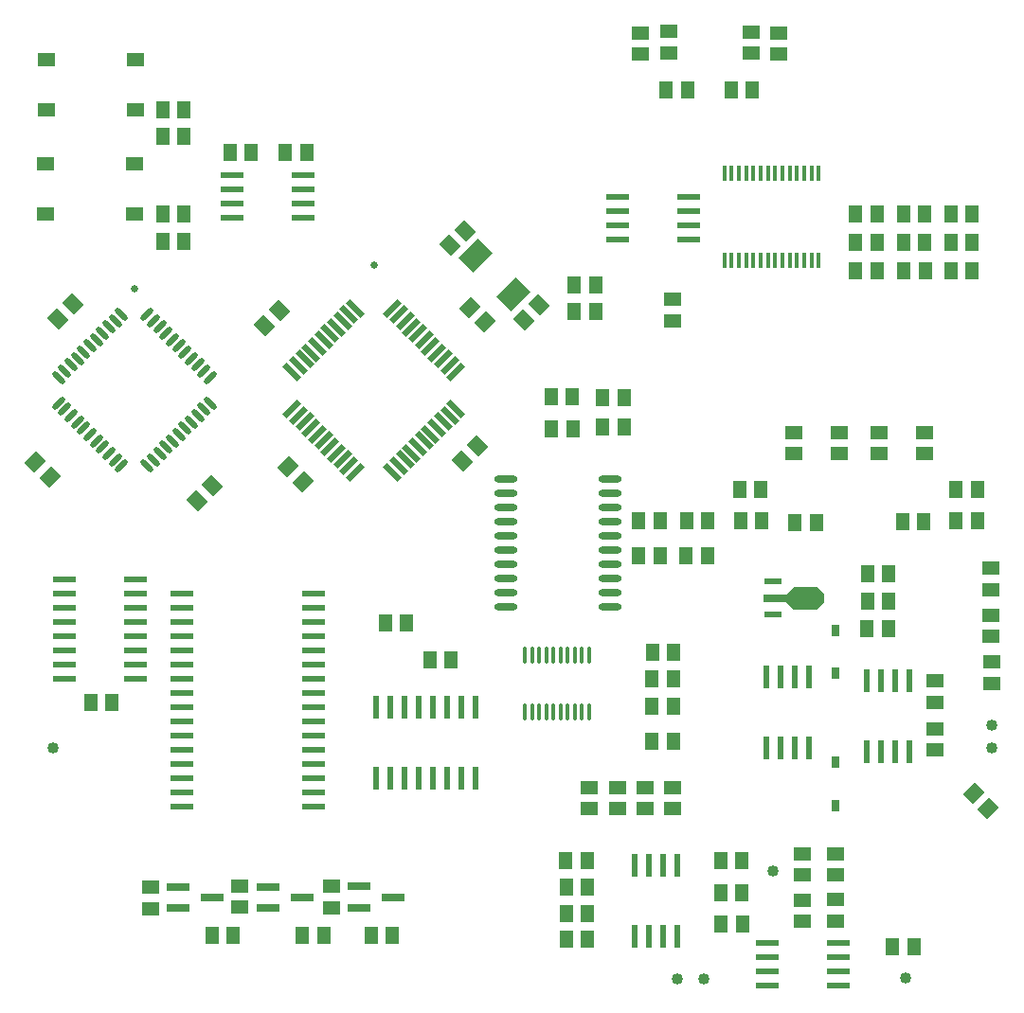
<source format=gtp>
G04*
G04 #@! TF.GenerationSoftware,Altium Limited,Altium Designer,21.6.4 (81)*
G04*
G04 Layer_Color=8421504*
%FSLAX25Y25*%
%MOIN*%
G70*
G04*
G04 #@! TF.SameCoordinates,DCC330B1-B26A-4D2F-83E0-9CF8D3C12DAD*
G04*
G04*
G04 #@! TF.FilePolarity,Positive*
G04*
G01*
G75*
%ADD17C,0.02500*%
%ADD18R,0.05118X0.05906*%
%ADD19R,0.05906X0.05118*%
%ADD20R,0.02400X0.08000*%
%ADD21R,0.08000X0.03150*%
%ADD22R,0.08024X0.03150*%
%ADD23R,0.07874X0.02165*%
%ADD24O,0.01378X0.06102*%
%ADD25R,0.02953X0.03937*%
%ADD26C,0.04000*%
G04:AMPARAMS|DCode=27|XSize=70.87mil|YSize=19.68mil|CornerRadius=0mil|HoleSize=0mil|Usage=FLASHONLY|Rotation=225.000|XOffset=0mil|YOffset=0mil|HoleType=Round|Shape=Rectangle|*
%AMROTATEDRECTD27*
4,1,4,0.01810,0.03202,0.03202,0.01810,-0.01810,-0.03202,-0.03202,-0.01810,0.01810,0.03202,0.0*
%
%ADD27ROTATEDRECTD27*%

G04:AMPARAMS|DCode=28|XSize=70.87mil|YSize=19.68mil|CornerRadius=0mil|HoleSize=0mil|Usage=FLASHONLY|Rotation=315.000|XOffset=0mil|YOffset=0mil|HoleType=Round|Shape=Rectangle|*
%AMROTATEDRECTD28*
4,1,4,-0.03202,0.01810,-0.01810,0.03202,0.03202,-0.01810,0.01810,-0.03202,-0.03202,0.01810,0.0*
%
%ADD28ROTATEDRECTD28*%

%ADD29O,0.08268X0.02362*%
G04:AMPARAMS|DCode=30|XSize=51.18mil|YSize=59.06mil|CornerRadius=0mil|HoleSize=0mil|Usage=FLASHONLY|Rotation=135.000|XOffset=0mil|YOffset=0mil|HoleType=Round|Shape=Rectangle|*
%AMROTATEDRECTD30*
4,1,4,0.03897,0.00278,-0.00278,-0.03897,-0.03897,-0.00278,0.00278,0.03897,0.03897,0.00278,0.0*
%
%ADD30ROTATEDRECTD30*%

%ADD31R,0.08000X0.02400*%
G04:AMPARAMS|DCode=32|XSize=51.18mil|YSize=59.06mil|CornerRadius=0mil|HoleSize=0mil|Usage=FLASHONLY|Rotation=45.000|XOffset=0mil|YOffset=0mil|HoleType=Round|Shape=Rectangle|*
%AMROTATEDRECTD32*
4,1,4,0.00278,-0.03897,-0.03897,0.00278,-0.00278,0.03897,0.03897,-0.00278,0.00278,-0.03897,0.0*
%
%ADD32ROTATEDRECTD32*%

%ADD33R,0.06102X0.05118*%
%ADD34R,0.05118X0.05906*%
%ADD35R,0.07874X0.02756*%
G04:AMPARAMS|DCode=36|XSize=70.87mil|YSize=94.49mil|CornerRadius=0mil|HoleSize=0mil|Usage=FLASHONLY|Rotation=315.000|XOffset=0mil|YOffset=0mil|HoleType=Round|Shape=Rectangle|*
%AMROTATEDRECTD36*
4,1,4,-0.05846,-0.00835,0.00835,0.05846,0.05846,0.00835,-0.00835,-0.05846,-0.05846,-0.00835,0.0*
%
%ADD36ROTATEDRECTD36*%

%ADD37R,0.06299X0.02362*%
%ADD38R,0.01496X0.05709*%
G04:AMPARAMS|DCode=39|XSize=19.68mil|YSize=57.09mil|CornerRadius=0mil|HoleSize=0mil|Usage=FLASHONLY|Rotation=225.000|XOffset=0mil|YOffset=0mil|HoleType=Round|Shape=Round|*
%AMOVALD39*
21,1,0.03740,0.01968,0.00000,0.00000,315.0*
1,1,0.01968,-0.01322,0.01322*
1,1,0.01968,0.01322,-0.01322*
%
%ADD39OVALD39*%

G04:AMPARAMS|DCode=40|XSize=19.68mil|YSize=57.09mil|CornerRadius=0mil|HoleSize=0mil|Usage=FLASHONLY|Rotation=315.000|XOffset=0mil|YOffset=0mil|HoleType=Round|Shape=Round|*
%AMOVALD40*
21,1,0.03740,0.01968,0.00000,0.00000,45.0*
1,1,0.01968,-0.01322,-0.01322*
1,1,0.01968,0.01322,0.01322*
%
%ADD40OVALD40*%

%ADD41O,0.01496X0.05709*%
%ADD42R,0.05906X0.05118*%
G36*
X302363Y148674D02*
Y145918D01*
X299804Y143359D01*
X291536D01*
X288977Y145918D01*
Y148674D01*
X291536Y151233D01*
X299804D01*
X302363Y148674D01*
D02*
G37*
D17*
X143800Y264700D02*
D03*
X59504Y256105D02*
D03*
D18*
X249180Y109300D02*
D03*
X241700D02*
D03*
Y118800D02*
D03*
X249180D02*
D03*
X320840Y262400D02*
D03*
X313360D02*
D03*
X346797Y262400D02*
D03*
X354277D02*
D03*
X218880Y45700D02*
D03*
X211400D02*
D03*
X211360Y54900D02*
D03*
X218840D02*
D03*
X313360Y272600D02*
D03*
X320840D02*
D03*
X330240Y262400D02*
D03*
X337720D02*
D03*
X150300Y28578D02*
D03*
X142820D02*
D03*
X118700D02*
D03*
X126180D02*
D03*
X86884Y28694D02*
D03*
X94364D02*
D03*
X348591Y185638D02*
D03*
X356071D02*
D03*
X253707Y162092D02*
D03*
X93220Y304100D02*
D03*
X147826Y138643D02*
D03*
X155306D02*
D03*
X163418Y125459D02*
D03*
X170899D02*
D03*
X277040Y326100D02*
D03*
X269560D02*
D03*
X253760Y174400D02*
D03*
X261240D02*
D03*
X272460Y185600D02*
D03*
X279940D02*
D03*
X324920Y156000D02*
D03*
X317439D02*
D03*
X44120Y110500D02*
D03*
X214320Y257500D02*
D03*
Y248185D02*
D03*
X76980Y282542D02*
D03*
X261187Y162092D02*
D03*
X76980Y319300D02*
D03*
X112600Y304100D02*
D03*
X100700D02*
D03*
X337577Y272700D02*
D03*
X51600Y110500D02*
D03*
X221800Y257500D02*
D03*
Y248185D02*
D03*
X320840Y282400D02*
D03*
X313360D02*
D03*
X299410Y174000D02*
D03*
X291930D02*
D03*
X329900Y174100D02*
D03*
X337380D02*
D03*
X244454Y162092D02*
D03*
X236974D02*
D03*
X326341Y24494D02*
D03*
X333821D02*
D03*
X236960Y174400D02*
D03*
X244440D02*
D03*
X249140Y96900D02*
D03*
X241660D02*
D03*
X265860Y54984D02*
D03*
X273340D02*
D03*
X273340Y43600D02*
D03*
X265860D02*
D03*
X265920Y32600D02*
D03*
X273400D02*
D03*
X354277Y282400D02*
D03*
X346797D02*
D03*
X354277Y272700D02*
D03*
X346797D02*
D03*
X337577Y282400D02*
D03*
X330097D02*
D03*
X206260Y206800D02*
D03*
X213740D02*
D03*
X69500Y282542D02*
D03*
X206160Y218100D02*
D03*
X213640D02*
D03*
X249200Y128300D02*
D03*
X241720D02*
D03*
X330097Y272700D02*
D03*
X317320Y136600D02*
D03*
X324800D02*
D03*
X218960Y36300D02*
D03*
X211480D02*
D03*
X219000Y27100D02*
D03*
X211520D02*
D03*
X317439Y146150D02*
D03*
X324920D02*
D03*
X120080Y304100D02*
D03*
X69500Y319300D02*
D03*
X254140Y326100D02*
D03*
X246660D02*
D03*
X76981Y273010D02*
D03*
X69501D02*
D03*
X76981Y309714D02*
D03*
X69501D02*
D03*
D19*
X341200Y101200D02*
D03*
Y93720D02*
D03*
X65184Y37994D02*
D03*
Y45475D02*
D03*
X96684Y38394D02*
D03*
Y45875D02*
D03*
X128784Y38294D02*
D03*
Y45775D02*
D03*
X361016Y157800D02*
D03*
Y150320D02*
D03*
X219700Y73160D02*
D03*
Y80640D02*
D03*
X306200Y57280D02*
D03*
Y49800D02*
D03*
X306300Y41080D02*
D03*
Y33600D02*
D03*
X294616Y57280D02*
D03*
Y49800D02*
D03*
X294600Y41000D02*
D03*
Y33520D02*
D03*
X341200Y110600D02*
D03*
Y118080D02*
D03*
X249000Y80540D02*
D03*
Y73060D02*
D03*
X239300Y73120D02*
D03*
Y80600D02*
D03*
X229507Y80540D02*
D03*
Y73060D02*
D03*
X249007Y244911D02*
D03*
Y252391D02*
D03*
X361016Y133783D02*
D03*
Y141264D02*
D03*
X237400Y338760D02*
D03*
Y346240D02*
D03*
X286200Y338780D02*
D03*
Y346261D02*
D03*
X321560Y205600D02*
D03*
Y198120D02*
D03*
X307534D02*
D03*
Y205600D02*
D03*
X361100Y117300D02*
D03*
Y124780D02*
D03*
X337400Y198100D02*
D03*
Y205580D02*
D03*
X291700Y205540D02*
D03*
Y198060D02*
D03*
D20*
X317112Y118200D02*
D03*
X322112D02*
D03*
X327112D02*
D03*
X332112D02*
D03*
Y93200D02*
D03*
X327112D02*
D03*
X322112D02*
D03*
X317112D02*
D03*
X179500Y83800D02*
D03*
X159500D02*
D03*
X154500D02*
D03*
X149500D02*
D03*
X144500D02*
D03*
X164500D02*
D03*
X169500D02*
D03*
X174500D02*
D03*
X179500Y108800D02*
D03*
X174500D02*
D03*
X169500D02*
D03*
X164500D02*
D03*
X159500D02*
D03*
X154500D02*
D03*
X149500D02*
D03*
X144500D02*
D03*
X250600Y53300D02*
D03*
X245600D02*
D03*
X240600D02*
D03*
X235600D02*
D03*
Y28300D02*
D03*
X240600D02*
D03*
X245600D02*
D03*
X250600D02*
D03*
X282043Y119561D02*
D03*
X287043D02*
D03*
X292043D02*
D03*
X297043D02*
D03*
Y94561D02*
D03*
X292043D02*
D03*
X287043D02*
D03*
X282043D02*
D03*
D21*
X150400Y42000D02*
D03*
X138400Y38260D02*
D03*
X118408Y41960D02*
D03*
X106408Y38220D02*
D03*
X86795Y41960D02*
D03*
X74795Y38220D02*
D03*
D22*
X138400Y45740D02*
D03*
X106408Y45700D02*
D03*
X74795D02*
D03*
D23*
X122455Y74000D02*
D03*
Y79000D02*
D03*
Y84000D02*
D03*
Y89000D02*
D03*
Y94000D02*
D03*
Y99000D02*
D03*
Y104000D02*
D03*
Y119000D02*
D03*
Y124000D02*
D03*
Y129000D02*
D03*
Y134000D02*
D03*
Y139000D02*
D03*
Y144000D02*
D03*
X76156Y74000D02*
D03*
Y79000D02*
D03*
Y84000D02*
D03*
Y89000D02*
D03*
Y94000D02*
D03*
Y99000D02*
D03*
Y104000D02*
D03*
Y119000D02*
D03*
Y124000D02*
D03*
Y134000D02*
D03*
Y139000D02*
D03*
Y144000D02*
D03*
Y149000D02*
D03*
Y114000D02*
D03*
X122455Y149000D02*
D03*
Y109000D02*
D03*
X76156Y129000D02*
D03*
Y109000D02*
D03*
X122455Y114000D02*
D03*
D24*
X206950Y107261D02*
D03*
X204450D02*
D03*
X201950D02*
D03*
X199450D02*
D03*
X196950D02*
D03*
X219450D02*
D03*
Y127339D02*
D03*
X216950D02*
D03*
X214450D02*
D03*
X211950D02*
D03*
X209450D02*
D03*
X206950D02*
D03*
X204450D02*
D03*
X201950D02*
D03*
X199450D02*
D03*
X196950D02*
D03*
X216950Y107261D02*
D03*
X214450D02*
D03*
X211950D02*
D03*
X209450D02*
D03*
D25*
X306205Y120721D02*
D03*
Y135879D02*
D03*
Y89479D02*
D03*
Y74321D02*
D03*
D26*
X331000Y13400D02*
D03*
X361100Y94561D02*
D03*
X259900Y13300D02*
D03*
X250600Y13100D02*
D03*
X30906Y94400D02*
D03*
X284343Y51186D02*
D03*
X361100Y102400D02*
D03*
D27*
X163708Y235922D02*
D03*
X168163Y231468D02*
D03*
X172617Y227014D02*
D03*
X114990Y213930D02*
D03*
X117218Y211703D02*
D03*
X119445Y209475D02*
D03*
X121672Y207248D02*
D03*
X123899Y205021D02*
D03*
X126126Y202794D02*
D03*
X128353Y200567D02*
D03*
X130580Y198340D02*
D03*
X132807Y196113D02*
D03*
X135034Y193886D02*
D03*
X137262Y191659D02*
D03*
X152573Y247058D02*
D03*
X157027Y242604D02*
D03*
X161481Y238149D02*
D03*
X165936Y233695D02*
D03*
X170390Y229241D02*
D03*
X150346Y249285D02*
D03*
X154800Y244831D02*
D03*
X159254Y240376D02*
D03*
D28*
X150346Y191659D02*
D03*
X154800Y196113D02*
D03*
X159254Y200567D02*
D03*
X163708Y205021D02*
D03*
X168163Y209475D02*
D03*
X172617Y213930D02*
D03*
X114991Y227014D02*
D03*
X117218Y229241D02*
D03*
X119445Y231468D02*
D03*
X121672Y233695D02*
D03*
X123899Y235922D02*
D03*
X126126Y238149D02*
D03*
X128353Y240377D02*
D03*
X130580Y242604D02*
D03*
X132807Y244831D02*
D03*
X135034Y247058D02*
D03*
X137262Y249285D02*
D03*
X152573Y193886D02*
D03*
X157027Y198340D02*
D03*
X161481Y202794D02*
D03*
X165936Y207248D02*
D03*
X170390Y211702D02*
D03*
D29*
X226907Y189300D02*
D03*
X190293Y144300D02*
D03*
Y189300D02*
D03*
Y184300D02*
D03*
Y179300D02*
D03*
Y174300D02*
D03*
Y169300D02*
D03*
Y164300D02*
D03*
Y159300D02*
D03*
Y154300D02*
D03*
Y149300D02*
D03*
X226907Y184300D02*
D03*
Y179300D02*
D03*
Y174300D02*
D03*
Y169300D02*
D03*
Y164300D02*
D03*
Y159300D02*
D03*
Y154300D02*
D03*
Y149300D02*
D03*
Y144300D02*
D03*
D30*
X360045Y73255D02*
D03*
X354755Y78545D02*
D03*
X29989Y190011D02*
D03*
X118800Y188111D02*
D03*
X182747Y244413D02*
D03*
X24700Y195300D02*
D03*
X113511Y193400D02*
D03*
X177458Y249703D02*
D03*
D31*
X229507Y288500D02*
D03*
X93800Y286200D02*
D03*
X35006Y119000D02*
D03*
Y124000D02*
D03*
Y129000D02*
D03*
Y134000D02*
D03*
Y139000D02*
D03*
Y144000D02*
D03*
Y149000D02*
D03*
Y154000D02*
D03*
X60006Y149000D02*
D03*
Y144000D02*
D03*
Y139000D02*
D03*
Y119000D02*
D03*
Y124000D02*
D03*
Y129000D02*
D03*
Y134000D02*
D03*
Y154000D02*
D03*
X229507Y273500D02*
D03*
X93800Y291200D02*
D03*
X254507Y288500D02*
D03*
X282100Y25900D02*
D03*
Y20900D02*
D03*
Y15900D02*
D03*
Y10900D02*
D03*
X307100D02*
D03*
Y15900D02*
D03*
Y20900D02*
D03*
Y25900D02*
D03*
X118800Y296200D02*
D03*
Y291200D02*
D03*
Y286200D02*
D03*
Y281200D02*
D03*
X93800D02*
D03*
Y296200D02*
D03*
X229507Y278500D02*
D03*
Y283500D02*
D03*
X254507D02*
D03*
Y278500D02*
D03*
Y273500D02*
D03*
D32*
X86989Y186889D02*
D03*
X32663Y245643D02*
D03*
X175883Y276700D02*
D03*
X201976Y250607D02*
D03*
X110600Y248500D02*
D03*
X81700Y181600D02*
D03*
X37952Y250932D02*
D03*
X105311Y243211D02*
D03*
X196686Y245318D02*
D03*
X170594Y271410D02*
D03*
X180145Y200845D02*
D03*
X174855Y195555D02*
D03*
D33*
X28264Y300258D02*
D03*
X59564D02*
D03*
X28550Y319242D02*
D03*
X59850D02*
D03*
Y336958D02*
D03*
X28550D02*
D03*
X59564Y282542D02*
D03*
X28264D02*
D03*
D34*
X224360Y217800D02*
D03*
X231840D02*
D03*
X272770Y174600D02*
D03*
X280250D02*
D03*
X348591Y174409D02*
D03*
X356071D02*
D03*
X231830Y207500D02*
D03*
X224350D02*
D03*
D35*
X285040Y147296D02*
D03*
D36*
X179531Y267758D02*
D03*
X192963Y254326D02*
D03*
D37*
X284253Y141390D02*
D03*
Y153201D02*
D03*
D38*
X277302Y296954D02*
D03*
X279861D02*
D03*
X282420D02*
D03*
X287539D02*
D03*
X290098D02*
D03*
X295216D02*
D03*
X297775D02*
D03*
X300334D02*
D03*
X292657D02*
D03*
X284980D02*
D03*
X274743D02*
D03*
X272184D02*
D03*
X282420Y266246D02*
D03*
X269625D02*
D03*
X272184D02*
D03*
X274743D02*
D03*
X277302D02*
D03*
X279861D02*
D03*
X284980D02*
D03*
X287539D02*
D03*
X290098D02*
D03*
X292657D02*
D03*
X295216D02*
D03*
X297775D02*
D03*
X300334D02*
D03*
X267066Y296954D02*
D03*
X269625D02*
D03*
D39*
X48368Y240516D02*
D03*
X50595Y242743D02*
D03*
X52822Y244970D02*
D03*
X55049Y247197D02*
D03*
X86229Y216018D02*
D03*
X84002Y213790D02*
D03*
X81775Y211563D02*
D03*
X79548Y209336D02*
D03*
X77321Y207109D02*
D03*
X75093Y204882D02*
D03*
X72866Y202655D02*
D03*
X70639Y200428D02*
D03*
X68412Y198201D02*
D03*
X66185Y195974D02*
D03*
X63958Y193746D02*
D03*
X32778Y224926D02*
D03*
X35006Y227153D02*
D03*
X37233Y229380D02*
D03*
X39460Y231607D02*
D03*
X41687Y233834D02*
D03*
X43914Y236061D02*
D03*
X46141Y238289D02*
D03*
D40*
X63958Y247197D02*
D03*
X66185Y244970D02*
D03*
X68412Y242743D02*
D03*
X70639Y240516D02*
D03*
X72866Y238289D02*
D03*
X75093Y236061D02*
D03*
X77321Y233834D02*
D03*
X79548Y231607D02*
D03*
X81775Y229380D02*
D03*
X84002Y227153D02*
D03*
X86229Y224926D02*
D03*
X55049Y193746D02*
D03*
X52822Y195974D02*
D03*
X50595Y198201D02*
D03*
X48368Y200428D02*
D03*
X46141Y202655D02*
D03*
X43914Y204882D02*
D03*
X41687Y207109D02*
D03*
X39460Y209336D02*
D03*
X37233Y211563D02*
D03*
X35006Y213790D02*
D03*
X32778Y216018D02*
D03*
D41*
X267066Y266246D02*
D03*
D42*
X276400Y339200D02*
D03*
Y346680D02*
D03*
X247400Y346780D02*
D03*
Y339300D02*
D03*
M02*

</source>
